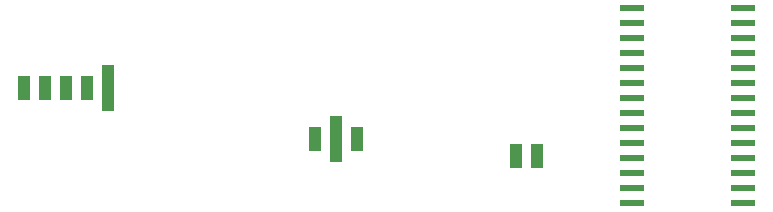
<source format=gbr>
G04 #@! TF.FileFunction,Paste,Bot*
%FSLAX46Y46*%
G04 Gerber Fmt 4.6, Leading zero omitted, Abs format (unit mm)*
G04 Created by KiCad (PCBNEW 4.0.5+dfsg1-4) date Thu Oct 18 11:42:42 2018*
%MOMM*%
%LPD*%
G01*
G04 APERTURE LIST*
%ADD10C,0.100000*%
%ADD11R,1.000000X2.000000*%
%ADD12R,1.000000X4.000000*%
%ADD13R,2.000000X0.600000*%
G04 APERTURE END LIST*
D10*
D11*
X93218000Y-124460000D03*
D12*
X91440000Y-124460000D03*
D11*
X89662000Y-124460000D03*
X68580000Y-120142000D03*
X66802000Y-120142000D03*
X65024000Y-120142000D03*
X70358000Y-120142000D03*
D12*
X72136000Y-120142000D03*
D11*
X108406000Y-125928000D03*
X106628000Y-125928000D03*
D13*
X116458000Y-129921000D03*
X116458000Y-128651000D03*
X116458000Y-127381000D03*
X116458000Y-126111000D03*
X116458000Y-124841000D03*
X116458000Y-123571000D03*
X116458000Y-122301000D03*
X116458000Y-121031000D03*
X116458000Y-119761000D03*
X116458000Y-118491000D03*
X116458000Y-117221000D03*
X116458000Y-115951000D03*
X116458000Y-114681000D03*
X116458000Y-113411000D03*
X125858000Y-113411000D03*
X125858000Y-114681000D03*
X125858000Y-115951000D03*
X125858000Y-117221000D03*
X125858000Y-118491000D03*
X125858000Y-119761000D03*
X125858000Y-121031000D03*
X125858000Y-122301000D03*
X125858000Y-123571000D03*
X125858000Y-124841000D03*
X125858000Y-126111000D03*
X125858000Y-127381000D03*
X125858000Y-128651000D03*
X125858000Y-129921000D03*
M02*

</source>
